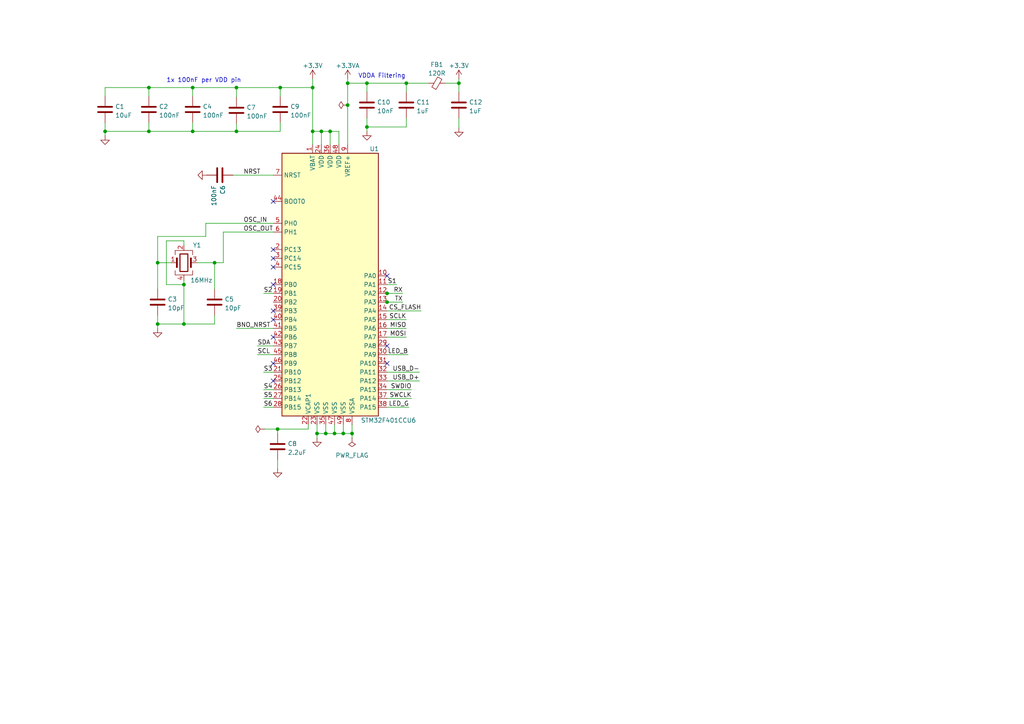
<source format=kicad_sch>
(kicad_sch (version 20231120) (generator "eeschema") (generator_version "8.0")
  (paper "A4")
  (lib_symbols
    (symbol "Device:C" (pin_numbers hide) (pin_names (offset 0.254))
      (property "Reference" "C" (at 0.635 2.54 0))
      (property "Value" "C" (at 0.635 -2.54 0))
      (symbol "C_0_1"
        (polyline (pts (xy -2.032 -0.762) (xy 2.032 -0.762)) (stroke (width 0.508)))
        (polyline (pts (xy -2.032 0.762) (xy 2.032 0.762)) (stroke (width 0.508)))
      )
      (symbol "C_1_1"
        (pin passive line (at 0 3.81 270) (length 2.794) (name "~") (number "1"))
        (pin passive line (at 0 -3.81 90) (length 2.794) (name "~") (number "2"))
      )
    )
    (symbol "Device:Crystal_GND24" (pin_names (offset 1.016) hide)
      (property "Reference" "Y" (at 3.175 5.08 0))
      (property "Value" "Crystal_GND24" (at 3.175 3.175 0))
      (symbol "Crystal_GND24_0_1"
        (rectangle (start -1.143 2.54) (end 1.143 -2.54) (stroke (width 0.3048)))
        (polyline (pts (xy -2.54 0) (xy -2.032 0)))
        (polyline (pts (xy -2.032 -1.27) (xy -2.032 1.27)) (stroke (width 0.508)))
        (polyline (pts (xy 0 -3.81) (xy 0 -3.556)))
        (polyline (pts (xy 0 3.556) (xy 0 3.81)))
        (polyline (pts (xy 2.032 -1.27) (xy 2.032 1.27)) (stroke (width 0.508)))
        (polyline (pts (xy 2.032 0) (xy 2.54 0)))
        (polyline (pts (xy -2.54 -2.286) (xy -2.54 -3.556) (xy 2.54 -3.556) (xy 2.54 -2.286)))
        (polyline (pts (xy -2.54 2.286) (xy -2.54 3.556) (xy 2.54 3.556) (xy 2.54 2.286)))
      )
      (symbol "Crystal_GND24_1_1"
        (pin passive line (at -3.81 0 0) (length 1.27) (name "1") (number "1"))
        (pin passive line (at 0 5.08 270) (length 1.27) (name "2") (number "2"))
        (pin passive line (at 3.81 0 180) (length 1.27) (name "3") (number "3"))
        (pin passive line (at 0 -5.08 90) (length 1.27) (name "4") (number "4"))
      )
    )
    (symbol "Device:FerriteBead_Small" (pin_numbers hide) (pin_names (offset 0))
      (property "Reference" "FB" (at 1.905 1.27 0))
      (property "Value" "FerriteBead_Small" (at 1.905 -1.27 0))
      (symbol "FerriteBead_Small_0_1"
        (polyline (pts (xy 0 -1.27) (xy 0 -0.7874)))
        (polyline (pts (xy 0 0.889) (xy 0 1.2954)))
        (polyline (pts (xy -1.8288 0.2794) (xy -1.1176 1.4986) (xy 1.8288 -0.2032) (xy 1.1176 -1.4224) (xy -1.8288 0.2794)))
      )
      (symbol "FerriteBead_Small_1_1"
        (pin passive line (at 0 2.54 270) (length 1.27) (name "~") (number "1"))
        (pin passive line (at 0 -2.54 90) (length 1.27) (name "~") (number "2"))
      )
    )
    (symbol "MCU_ST_STM32F4:STM32F401CCUx"
      (property "Reference" "U?" (at 10.16 39.37 0))
      (property "Value" "STM32F401CCU6" (at 7.62 -39.37 0))
      (symbol "STM32F401CCUx_0_1"
        (rectangle (start -15.24 -38.1) (end 12.7 38.1) (stroke (width 0.254)) (fill (type background)))
      )
      (symbol "STM32F401CCUx_1_1"
        (pin power_in line (at -6.35 40.64 270) (length 2.54) (name "VBAT") (number "1"))
        (pin bidirectional line (at 15.24 2.54 180) (length 2.54) (name "PA0") (number "10"))
        (pin bidirectional line (at 15.24 0 180) (length 2.54) (name "PA1") (number "11"))
        (pin bidirectional line (at 15.24 -2.54 180) (length 2.54) (name "PA2") (number "12"))
        (pin bidirectional line (at 15.24 -5.08 180) (length 2.54) (name "PA3") (number "13"))
        (pin bidirectional line (at 15.24 -7.62 180) (length 2.54) (name "PA4") (number "14"))
        (pin bidirectional line (at 15.24 -10.16 180) (length 2.54) (name "PA5") (number "15"))
        (pin bidirectional line (at 15.24 -12.7 180) (length 2.54) (name "PA6") (number "16"))
        (pin bidirectional line (at 15.24 -15.24 180) (length 2.54) (name "PA7") (number "17"))
        (pin bidirectional line (at -17.78 0 0) (length 2.54) (name "PB0") (number "18"))
        (pin bidirectional line (at -17.78 -2.54 0) (length 2.54) (name "PB1") (number "19"))
        (pin bidirectional line (at -17.78 10.16 0) (length 2.54) (name "PC13") (number "2"))
        (pin bidirectional line (at -17.78 -5.08 0) (length 2.54) (name "PB2") (number "20"))
        (pin bidirectional line (at -17.78 -25.4 0) (length 2.54) (name "PB10") (number "21"))
        (pin power_in line (at -7.62 -40.64 90) (length 2.54) (name "VCAP1") (number "22"))
        (pin power_in line (at -5.08 -40.64 90) (length 2.54) (name "VSS") (number "23"))
        (pin power_in line (at -3.81 40.64 270) (length 2.54) (name "VDD") (number "24"))
        (pin bidirectional line (at -17.78 -27.94 0) (length 2.54) (name "PB12") (number "25"))
        (pin bidirectional line (at -17.78 -30.48 0) (length 2.54) (name "PB13") (number "26"))
        (pin bidirectional line (at -17.78 -33.02 0) (length 2.54) (name "PB14") (number "27"))
        (pin bidirectional line (at -17.78 -35.56 0) (length 2.54) (name "PB15") (number "28"))
        (pin bidirectional line (at 15.24 -17.78 180) (length 2.54) (name "PA8") (number "29"))
        (pin bidirectional line (at -17.78 7.62 0) (length 2.54) (name "PC14") (number "3"))
        (pin bidirectional line (at 15.24 -20.32 180) (length 2.54) (name "PA9") (number "30"))
        (pin bidirectional line (at 15.24 -22.86 180) (length 2.54) (name "PA10") (number "31"))
        (pin bidirectional line (at 15.24 -25.4 180) (length 2.54) (name "PA11") (number "32"))
        (pin bidirectional line (at 15.24 -27.94 180) (length 2.54) (name "PA12") (number "33"))
        (pin bidirectional line (at 15.24 -30.48 180) (length 2.54) (name "PA13") (number "34"))
        (pin power_in line (at -2.54 -40.64 90) (length 2.54) (name "VSS") (number "35"))
        (pin power_in line (at -1.27 40.64 270) (length 2.54) (name "VDD") (number "36"))
        (pin bidirectional line (at 15.24 -33.02 180) (length 2.54) (name "PA14") (number "37"))
        (pin bidirectional line (at 15.24 -35.56 180) (length 2.54) (name "PA15") (number "38"))
        (pin bidirectional line (at -17.78 -7.62 0) (length 2.54) (name "PB3") (number "39"))
        (pin bidirectional line (at -17.78 5.08 0) (length 2.54) (name "PC15") (number "4"))
        (pin bidirectional line (at -17.78 -10.16 0) (length 2.54) (name "PB4") (number "40"))
        (pin bidirectional line (at -17.78 -12.7 0) (length 2.54) (name "PB5") (number "41"))
        (pin bidirectional line (at -17.78 -15.24 0) (length 2.54) (name "PB6") (number "42"))
        (pin bidirectional line (at -17.78 -17.78 0) (length 2.54) (name "PB7") (number "43"))
        (pin input line (at -17.78 24.13 0) (length 2.54) (name "BOOT0") (number "44"))
        (pin bidirectional line (at -17.78 -20.32 0) (length 2.54) (name "PB8") (number "45"))
        (pin bidirectional line (at -17.78 -22.86 0) (length 2.54) (name "PB9") (number "46"))
        (pin power_in line (at 0 -40.64 90) (length 2.54) (name "VSS") (number "47"))
        (pin power_in line (at 1.27 40.64 270) (length 2.54) (name "VDD") (number "48"))
        (pin power_in line (at 2.54 -40.64 90) (length 2.54) (name "VSS") (number "49"))
        (pin input line (at -17.78 17.78 0) (length 2.54) (name "PH0") (number "5"))
        (pin input line (at -17.78 15.24 0) (length 2.54) (name "PH1") (number "6"))
        (pin input line (at -17.78 31.75 0) (length 2.54) (name "NRST") (number "7"))
        (pin power_in line (at 5.08 -40.64 90) (length 2.54) (name "VSSA") (number "8"))
        (pin power_in line (at 3.81 40.64 270) (length 2.54) (name "VREF+") (number "9"))
      )
    )
    (symbol "power:+3.3V" (power) (pin_names (offset 0))
      (property "Value" "+3.3V" (at 0 3.556 0))
      (symbol "+3.3V_0_1"
        (polyline (pts (xy -0.762 1.27) (xy 0 2.54)))
        (polyline (pts (xy 0 0) (xy 0 2.54)))
        (polyline (pts (xy 0 2.54) (xy 0.762 1.27)))
      )
      (symbol "+3.3V_1_1"
        (pin power_in line (at 0 0 90) (length 0) hide (name "+3.3V") (number "1"))
      )
    )
    (symbol "power:+3.3VA" (power) (pin_names (offset 0))
      (property "Value" "+3.3VA" (at 0 3.556 0))
      (symbol "+3.3VA_0_1"
        (polyline (pts (xy -0.762 1.27) (xy 0 2.54)))
        (polyline (pts (xy 0 0) (xy 0 2.54)))
        (polyline (pts (xy 0 2.54) (xy 0.762 1.27)))
      )
      (symbol "+3.3VA_1_1"
        (pin power_in line (at 0 0 90) (length 0) hide (name "+3.3VA") (number "1"))
      )
    )
    (symbol "power:GND" (power) (pin_names (offset 0))
      (property "Value" "GND" (at 0 -3.81 0))
      (symbol "GND_0_1"
        (polyline (pts (xy 0 0) (xy 0 -1.27) (xy 1.27 -1.27) (xy 0 -2.54) (xy -1.27 -1.27) (xy 0 -1.27)))
      )
      (symbol "GND_1_1"
        (pin power_in line (at 0 0 270) (length 0) hide (name "GND") (number "1"))
      )
    )
    (symbol "power:PWR_FLAG" (power) (pin_numbers hide) (pin_names (offset 0) hide)
      (property "Value" "PWR_FLAG" (at 0 3.81 0))
      (symbol "PWR_FLAG_0_0"
        (pin power_out line (at 0 0 90) (length 0) (name "pwr") (number "1"))
      )
      (symbol "PWR_FLAG_0_1"
        (polyline (pts (xy 0 0) (xy 0 1.27) (xy -1.016 1.905) (xy 0 2.54) (xy 1.016 1.905) (xy 0 1.27)))
      )
    )
  )
  (junction (at 45.72 93.98))
  (junction (at 97.028 125.73))
  (junction (at 30.48 38.1))
  (junction (at 100.838 30.48))
  (junction (at 102.108 125.73))
  (junction (at 55.88 38.1))
  (junction (at 62.23 76.2))
  (junction (at 117.856 24.13))
  (junction (at 133.096 24.13))
  (junction (at 55.88 25.4))
  (junction (at 68.58 38.1))
  (junction (at 90.678 38.1))
  (junction (at 106.426 24.13))
  (junction (at 81.28 25.4))
  (junction (at 53.34 82.55))
  (junction (at 53.34 93.98))
  (junction (at 43.18 25.4))
  (junction (at 45.72 76.2))
  (junction (at 100.838 24.13))
  (junction (at 99.568 125.73))
  (junction (at 93.218 38.1))
  (junction (at 112.268 87.63))
  (junction (at 94.488 125.73))
  (junction (at 80.518 124.46))
  (junction (at 95.758 38.1))
  (junction (at 43.18 38.1))
  (junction (at 90.678 25.4))
  (junction (at 68.58 25.4))
  (junction (at 91.948 125.73))
  (junction (at 106.426 36.83))
  (junction (at 112.268 85.09))
  (no_connect (at 79.248 82.55))
  (no_connect (at 112.268 100.33))
  (no_connect (at 79.248 74.93))
  (no_connect (at 79.248 110.49))
  (no_connect (at 112.268 105.41))
  (no_connect (at 79.248 77.47))
  (no_connect (at 79.248 90.17))
  (no_connect (at 79.248 97.79))
  (no_connect (at 112.268 80.01))
  (no_connect (at 79.248 92.71))
  (no_connect (at 79.248 58.42))
  (no_connect (at 79.248 72.39))
  (no_connect (at 79.248 105.41))
  (wire (pts (xy 133.096 24.13) (xy 133.096 26.67)))
  (wire (pts (xy 80.518 125.73) (xy 80.518 124.46)))
  (wire (pts (xy 112.268 118.11) (xy 118.618 118.11)))
  (wire (pts (xy 30.48 38.1) (xy 30.48 39.37)))
  (wire (pts (xy 68.58 35.814) (xy 68.58 38.1)))
  (wire (pts (xy 112.268 85.09) (xy 112.2552 85.09)))
  (wire (pts (xy 74.676 100.33) (xy 79.248 100.33)))
  (wire (pts (xy 129.286 24.13) (xy 133.096 24.13)))
  (wire (pts (xy 95.758 38.1) (xy 95.758 41.91)))
  (wire (pts (xy 81.28 25.4) (xy 90.678 25.4)))
  (wire (pts (xy 91.948 125.73) (xy 91.948 127)))
  (wire (pts (xy 98.298 38.1) (xy 95.758 38.1)))
  (wire (pts (xy 68.58 25.4) (xy 81.28 25.4)))
  (wire (pts (xy 53.34 69.85) (xy 48.26 69.85)))
  (wire (pts (xy 100.838 30.48) (xy 100.838 41.91)))
  (wire (pts (xy 100.838 24.13) (xy 100.838 30.48)))
  (wire (pts (xy 112.268 107.95) (xy 121.666 107.95)))
  (wire (pts (xy 81.28 38.1) (xy 68.58 38.1)))
  (wire (pts (xy 112.268 95.25) (xy 117.856 95.25)))
  (wire (pts (xy 94.488 125.73) (xy 91.948 125.73)))
  (wire (pts (xy 30.48 35.56) (xy 30.48 38.1)))
  (wire (pts (xy 112.268 97.79) (xy 117.856 97.79)))
  (wire (pts (xy 95.758 38.1) (xy 93.218 38.1)))
  (wire (pts (xy 43.18 35.56) (xy 43.18 38.1)))
  (wire (pts (xy 62.23 93.98) (xy 53.34 93.98)))
  (wire (pts (xy 117.856 24.13) (xy 106.426 24.13)))
  (wire (pts (xy 53.34 71.12) (xy 53.34 69.85)))
  (wire (pts (xy 102.108 125.73) (xy 102.108 127)))
  (wire (pts (xy 102.108 123.19) (xy 102.108 125.73)))
  (wire (pts (xy 117.856 24.13) (xy 124.206 24.13)))
  (wire (pts (xy 133.096 34.29) (xy 133.096 37.084)))
  (wire (pts (xy 100.838 22.86) (xy 100.838 24.13)))
  (wire (pts (xy 68.58 25.4) (xy 68.58 28.194)))
  (wire (pts (xy 48.26 82.55) (xy 53.34 82.55)))
  (wire (pts (xy 106.426 24.13) (xy 100.838 24.13)))
  (wire (pts (xy 76.454 115.57) (xy 79.248 115.57)))
  (wire (pts (xy 76.454 118.11) (xy 79.248 118.11)))
  (wire (pts (xy 55.88 25.4) (xy 55.88 27.94)))
  (wire (pts (xy 81.28 27.94) (xy 81.28 25.4)))
  (wire (pts (xy 89.408 124.46) (xy 89.408 123.19)))
  (wire (pts (xy 99.568 125.73) (xy 97.028 125.73)))
  (wire (pts (xy 53.34 82.55) (xy 53.34 81.28)))
  (wire (pts (xy 55.88 35.56) (xy 55.88 38.1)))
  (wire (pts (xy 112.268 102.87) (xy 118.364 102.87)))
  (wire (pts (xy 45.72 93.98) (xy 45.72 95.25)))
  (wire (pts (xy 57.15 76.2) (xy 62.23 76.2)))
  (wire (pts (xy 62.23 91.44) (xy 62.23 93.98)))
  (wire (pts (xy 97.028 123.19) (xy 97.028 125.73)))
  (wire (pts (xy 30.48 27.94) (xy 30.48 25.4)))
  (wire (pts (xy 90.678 25.4) (xy 90.678 38.1)))
  (wire (pts (xy 106.426 36.83) (xy 117.856 36.83)))
  (wire (pts (xy 76.454 113.03) (xy 79.248 113.03)))
  (wire (pts (xy 45.72 76.2) (xy 45.72 83.82)))
  (wire (pts (xy 106.426 34.29) (xy 106.426 36.83)))
  (wire (pts (xy 62.23 76.2) (xy 62.23 83.82)))
  (wire (pts (xy 112.268 82.55) (xy 115.062 82.55)))
  (wire (pts (xy 116.8272 85.09) (xy 112.268 85.09)))
  (wire (pts (xy 43.18 38.1) (xy 30.48 38.1)))
  (wire (pts (xy 59.69 64.77) (xy 79.248 64.77)))
  (wire (pts (xy 98.298 41.91) (xy 98.298 38.1)))
  (wire (pts (xy 30.48 25.4) (xy 43.18 25.4)))
  (wire (pts (xy 59.69 64.77) (xy 59.69 68.58)))
  (wire (pts (xy 112.268 113.03) (xy 119.38 113.03)))
  (wire (pts (xy 133.096 22.86) (xy 133.096 24.13)))
  (wire (pts (xy 76.708 124.46) (xy 80.518 124.46)))
  (wire (pts (xy 112.268 115.57) (xy 119.38 115.57)))
  (wire (pts (xy 94.488 123.19) (xy 94.488 125.73)))
  (wire (pts (xy 64.77 67.31) (xy 79.248 67.31)))
  (wire (pts (xy 76.454 107.95) (xy 79.248 107.95)))
  (wire (pts (xy 59.69 68.58) (xy 45.72 68.58)))
  (wire (pts (xy 67.564 50.8) (xy 79.248 50.8)))
  (wire (pts (xy 55.88 38.1) (xy 43.18 38.1)))
  (wire (pts (xy 53.34 93.98) (xy 45.72 93.98)))
  (wire (pts (xy 117.856 34.29) (xy 117.856 36.83)))
  (wire (pts (xy 81.28 35.56) (xy 81.28 38.1)))
  (wire (pts (xy 99.568 123.19) (xy 99.568 125.73)))
  (wire (pts (xy 116.8272 87.63) (xy 112.268 87.63)))
  (wire (pts (xy 64.77 67.31) (xy 64.77 76.2)))
  (wire (pts (xy 64.77 76.2) (xy 62.23 76.2)))
  (wire (pts (xy 117.856 26.67) (xy 117.856 24.13)))
  (wire (pts (xy 76.454 85.09) (xy 79.248 85.09)))
  (wire (pts (xy 112.268 110.49) (xy 121.666 110.49)))
  (wire (pts (xy 74.676 102.87) (xy 79.248 102.87)))
  (wire (pts (xy 68.58 95.25) (xy 79.248 95.25)))
  (wire (pts (xy 45.72 76.2) (xy 49.53 76.2)))
  (wire (pts (xy 112.268 90.17) (xy 122.174 90.17)))
  (wire (pts (xy 112.268 87.63) (xy 112.2552 87.63)))
  (wire (pts (xy 97.028 125.73) (xy 94.488 125.73)))
  (wire (pts (xy 80.518 124.46) (xy 89.408 124.46)))
  (wire (pts (xy 106.426 36.83) (xy 106.426 38.1)))
  (wire (pts (xy 55.88 25.4) (xy 68.58 25.4)))
  (wire (pts (xy 43.18 25.4) (xy 43.18 27.94)))
  (wire (pts (xy 112.268 92.71) (xy 117.856 92.71)))
  (wire (pts (xy 45.72 68.58) (xy 45.72 76.2)))
  (wire (pts (xy 90.678 38.1) (xy 90.678 41.91)))
  (wire (pts (xy 45.72 91.44) (xy 45.72 93.98)))
  (wire (pts (xy 53.34 82.55) (xy 53.34 93.98)))
  (wire (pts (xy 93.218 38.1) (xy 93.218 41.91)))
  (wire (pts (xy 102.108 125.73) (xy 99.568 125.73)))
  (wire (pts (xy 80.518 133.35) (xy 80.518 135.89)))
  (wire (pts (xy 93.218 38.1) (xy 90.678 38.1)))
  (wire (pts (xy 43.18 25.4) (xy 55.88 25.4)))
  (wire (pts (xy 68.58 38.1) (xy 55.88 38.1)))
  (wire (pts (xy 48.26 69.85) (xy 48.26 82.55)))
  (wire (pts (xy 91.948 123.19) (xy 91.948 125.73)))
  (wire (pts (xy 106.426 24.13) (xy 106.426 26.67)))
  (wire (pts (xy 90.678 22.86) (xy 90.678 25.4)))
  (text "1x 100nF per VDD pin" (at 48.26 24.13 0) (effects (font (size 1.27 1.27)) (justify left bottom)))
  (text "VDDA Filtering" (at 103.886 22.86 0) (effects (font (size 1.27 1.27)) (justify left bottom)))
  (label "LED_B" (at 118.364 102.87 180))
  (label "USB_D+" (at 121.666 110.49 180))
  (label "BNO_NRST" (at 68.58 95.25 0))
  (label "RX" (at 116.8272 85.09 180))
  (label "S2" (at 76.454 85.09 0))
  (label "SCLK" (at 117.856 92.71 180))
  (label "USB_D-" (at 121.666 107.95 180))
  (label "S4" (at 76.454 113.03 0))
  (label "SWDIO" (at 119.38 113.03 180))
  (label "NRST" (at 70.612 50.8 0))
  (label "SWCLK" (at 119.38 115.57 180))
  (label "SCL" (at 74.676 102.87 0))
  (label "LED_G" (at 118.618 118.11 180))
  (label "OSC_IN" (at 70.612 64.77 0))
  (label "CS_FLASH" (at 122.174 90.17 180))
  (label "S1" (at 115.062 82.55 180))
  (label "TX" (at 116.8272 87.63 180))
  (label "OSC_OUT" (at 70.612 67.31 0))
  (label "S5" (at 76.454 115.57 0))
  (label "SDA" (at 74.676 100.33 0))
  (label "MISO" (at 117.856 95.25 180))
  (label "S6" (at 76.454 118.11 0))
  (label "S3" (at 76.454 107.95 0))
  (label "MOSI" (at 117.856 97.79 180))
  (symbol (lib_id "power:PWR_FLAG") (at 76.708 124.46 90) (unit 1)
    (property "Reference" "#FLG01" (effects (hide yes)))
    (property "Value" "PWR_FLAG" (effects (hide yes)))
  )
  (symbol (lib_id "Device:C") (at 80.518 129.54 0) (unit 1)
    (property "Reference" "C8" (at 83.439 128.7053 0) (effects (justify left)))
    (property "Value" "2.2uF" (at 83.439 131.2422 0) (effects (justify left)))
    (property "Footprint" "Capacitor_SMD:C_0402_1005Metric" (effects (hide yes)))
    (property "JLCPCB#" "C12530" (effects (hide yes)))
  )
  (symbol (lib_id "Device:FerriteBead_Small") (at 126.746 24.13 90) (unit 1)
    (property "Reference" "FB1" (at 126.7079 18.7284 90))
    (property "Value" "120R" (at 126.7079 21.2653 90))
    (property "Footprint" "Inductor_SMD:L_0603_1608Metric" (effects (hide yes)))
    (property "JLCPCB#" "C85831" (effects (hide yes)))
  )
  (symbol (lib_id "power:+3.3VA") (at 100.838 22.86 0) (unit 1)
    (property "Reference" "#PWR07" (effects (hide yes)))
    (property "Value" "+3.3VA" (at 100.838 19.05 0))
  )
  (symbol (lib_id "power:GND") (at 106.426 38.1 0) (unit 1)
    (property "Reference" "#PWR08" (effects (hide yes)))
    (property "Value" "GND" (effects (hide yes)))
  )
  (symbol (lib_id "power:+3.3V") (at 90.678 22.86 0) (unit 1)
    (property "Reference" "#PWR05" (effects (hide yes)))
    (property "Value" "+3.3V" (at 90.678 19.05 0))
  )
  (symbol (lib_id "power:+3.3V") (at 133.096 22.86 0) (unit 1)
    (property "Reference" "#PWR09" (effects (hide yes)))
    (property "Value" "+3.3V" (at 133.096 19.05 0))
  )
  (symbol (lib_id "Device:C") (at 30.48 31.75 0) (unit 1)
    (property "Reference" "C1" (at 33.401 30.9153 0) (effects (justify left)))
    (property "Value" "10uF" (at 33.401 33.4522 0) (effects (justify left)))
    (property "Footprint" "Capacitor_SMD:C_0402_1005Metric" (effects (hide yes)))
    (property "JLCPCB#" "C19702" (effects (hide yes)))
  )
  (symbol (lib_id "Device:C") (at 106.426 30.48 0) (unit 1)
    (property "Reference" "C10" (at 109.347 29.6453 0) (effects (justify left)))
    (property "Value" "10nF" (at 109.347 32.1822 0) (effects (justify left)))
    (property "Footprint" "Capacitor_SMD:C_0402_1005Metric" (effects (hide yes)))
    (property "Datasheet" "https://datasheet.lcsc.com/lcsc/1808291033_Johanson-Dielectrics-250R07W103KV4T_C167438.pdf" (effects (hide yes)))
    (property "JLCPCB#" "C15195" (effects (hide yes)))
  )
  (symbol (lib_id "Device:C") (at 133.096 30.48 0) (unit 1)
    (property "Reference" "C12" (at 136.017 29.6453 0) (effects (justify left)))
    (property "Value" "1uF" (at 136.017 32.1822 0) (effects (justify left)))
    (property "Footprint" "Capacitor_SMD:C_0402_1005Metric" (effects (hide yes)))
    (property "JLCPCB#" "C52923" (effects (hide yes)))
  )
  (symbol (lib_id "power:GND") (at 59.944 50.8 270) (unit 1)
    (property "Reference" "#PWR03" (effects (hide yes)))
    (property "Value" "GND" (effects (hide yes)))
  )
  (symbol (lib_id "Device:C") (at 81.28 31.75 0) (unit 1)
    (property "Reference" "C9" (at 84.201 30.9153 0) (effects (justify left)))
    (property "Value" "100nF" (at 84.201 33.4522 0) (effects (justify left)))
    (property "Footprint" "Capacitor_SMD:C_0402_1005Metric" (effects (hide yes)))
    (property "JLCPCB#" "C307331" (effects (hide yes)))
  )
  (symbol (lib_id "power:PWR_FLAG") (at 102.108 127 180) (unit 1)
    (property "Reference" "#FLG03" (effects (hide yes)))
    (property "Value" "PWR_FLAG" (at 102.108 132.08 0))
  )
  (symbol (lib_id "power:GND") (at 30.48 39.37 0) (unit 1)
    (property "Reference" "#PWR01" (effects (hide yes)))
    (property "Value" "GND" (effects (hide yes)))
  )
  (symbol (lib_id "Device:C") (at 63.754 50.8 270) (unit 1)
    (property "Reference" "C6" (at 64.5887 53.721 0) (effects (justify left)))
    (property "Value" "100nF" (at 62.0518 53.721 0) (effects (justify left)))
    (property "Footprint" "Capacitor_SMD:C_0402_1005Metric" (effects (hide yes)))
    (property "JLCPCB#" "C307331" (effects (hide yes)))
  )
  (symbol (lib_id "power:GND") (at 91.948 127 0) (unit 1)
    (property "Reference" "#PWR06" (effects (hide yes)))
    (property "Value" "GND" (effects (hide yes)))
  )
  (symbol (lib_id "Device:Crystal_GND24") (at 53.34 76.2 0) (unit 1)
    (property "Reference" "Y1" (at 57.15 71.12 0))
    (property "Value" "16MHz" (at 58.42 81.28 0))
    (property "Footprint" "Crystal:Crystal_SMD_3225-4Pin_3.2x2.5mm" (effects (hide yes)))
    (property "JLCPCB#" "C13738" (effects (hide yes)))
  )
  (symbol (lib_id "power:GND") (at 133.096 37.084 0) (unit 1)
    (property "Reference" "#PWR010" (effects (hide yes)))
    (property "Value" "GND" (effects (hide yes)))
  )
  (symbol (lib_id "Device:C") (at 55.88 31.75 0) (unit 1)
    (property "Reference" "C4" (at 58.801 30.9153 0) (effects (justify left)))
    (property "Value" "100nF" (at 58.801 33.4522 0) (effects (justify left)))
    (property "Footprint" "Capacitor_SMD:C_0402_1005Metric" (effects (hide yes)))
    (property "JLCPCB#" "C307331" (effects (hide yes)))
  )
  (symbol (lib_id "Device:C") (at 117.856 30.48 0) (unit 1)
    (property "Reference" "C11" (at 120.777 29.6453 0) (effects (justify left)))
    (property "Value" "1uF" (at 120.777 32.1822 0) (effects (justify left)))
    (property "Footprint" "Capacitor_SMD:C_0402_1005Metric" (effects (hide yes)))
    (property "JLCPCB#" "C52923" (effects (hide yes)))
  )
  (symbol (lib_id "power:GND") (at 45.72 95.25 0) (unit 1)
    (property "Reference" "#PWR02" (effects (hide yes)))
    (property "Value" "GND" (effects (hide yes)))
  )
  (symbol (lib_id "Device:C") (at 43.18 31.75 0) (unit 1)
    (property "Reference" "C2" (at 46.101 30.9153 0) (effects (justify left)))
    (property "Value" "100nF" (at 46.101 33.4522 0) (effects (justify left)))
    (property "Footprint" "Capacitor_SMD:C_0402_1005Metric" (effects (hide yes)))
    (property "JLCPCB#" "C307331" (effects (hide yes)))
  )
  (symbol (lib_id "Device:C") (at 45.72 87.63 0) (unit 1)
    (property "Reference" "C3" (at 48.641 86.7953 0) (effects (justify left)))
    (property "Value" "10pF" (at 48.641 89.3322 0) (effects (justify left)))
    (property "Footprint" "Capacitor_SMD:C_0402_1005Metric" (effects (hide yes)))
    (property "JLCPCB#" "C32949" (effects (hide yes)))
  )
  (symbol (lib_id "power:PWR_FLAG") (at 100.838 30.48 90) (unit 1)
    (property "Reference" "#FLG02" (effects (hide yes)))
    (property "Value" "PWR_FLAG" (effects (hide yes)))
  )
  (symbol (lib_id "Device:C") (at 68.58 32.004 0) (unit 1)
    (property "Reference" "C7" (at 71.501 31.1693 0) (effects (justify left)))
    (property "Value" "100nF" (at 71.501 33.7062 0) (effects (justify left)))
    (property "Footprint" "Capacitor_SMD:C_0402_1005Metric" (effects (hide yes)))
    (property "JLCPCB#" "C307331" (effects (hide yes)))
  )
  (symbol (lib_id "power:GND") (at 80.518 135.89 0) (unit 1)
    (property "Reference" "#PWR04" (effects (hide yes)))
    (property "Value" "GND" (effects (hide yes)))
  )
  (symbol (lib_id "MCU_ST_STM32F4:STM32F401CCUx") (at 97.028 82.55 0) (unit 1)
    (property "Reference" "U1" (at 107.188 43.18 0) (effects (justify left)))
    (property "Value" "STM32F401CCU6" (at 104.648 121.92 0) (effects (justify left)))
    (property "Footprint" "Package_DFN_QFN:QFN-48-1EP_7x7mm_P0.5mm_EP5.6x5.6mm" (effects (hide yes)))
    (property "Datasheet" "http://www.st.com/st-web-ui/static/active/en/resource/technical/document/datasheet/DM00086815.pdf" (effects (hide yes)))
    (property "JLCPCB#" "C79861" (effects (hide yes)))
  )
  (symbol (lib_id "Device:C") (at 62.23 87.63 0) (unit 1)
    (property "Reference" "C5" (at 65.151 86.7953 0) (effects (justify left)))
    (property "Value" "10pF" (at 65.151 89.3322 0) (effects (justify left)))
    (property "Footprint" "Capacitor_SMD:C_0402_1005Metric" (effects (hide yes)))
    (property "JLCPCB#" "C32949" (effects (hide yes)))
  )
)
</source>
